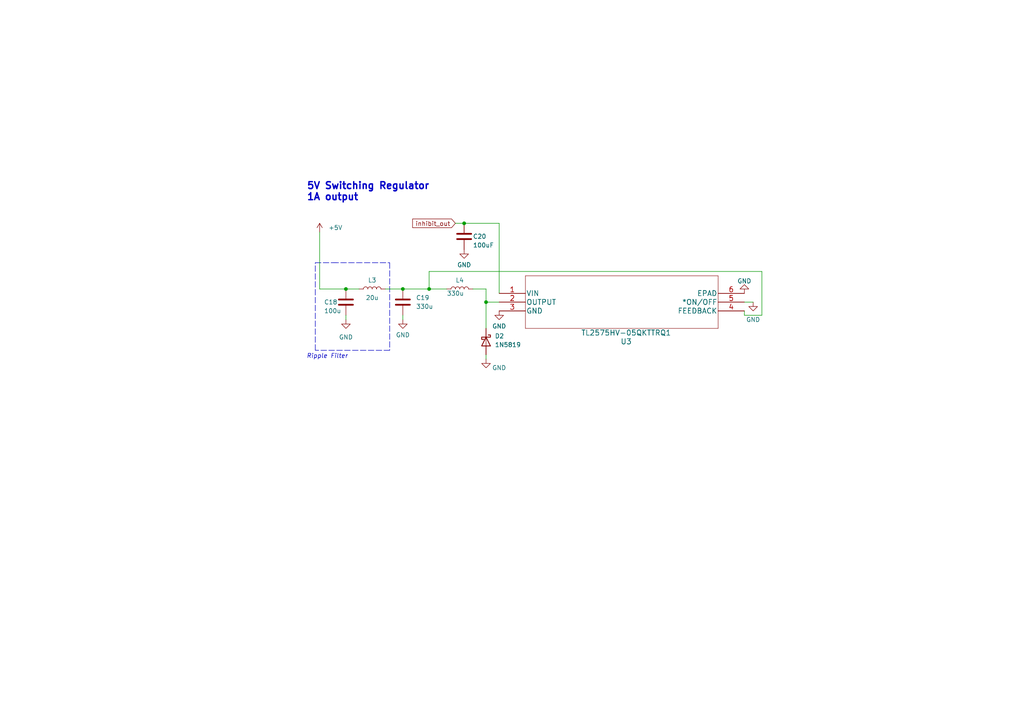
<source format=kicad_sch>
(kicad_sch (version 20211123) (generator eeschema)

  (uuid f4c6842d-c2f0-415a-a7bd-a53c62adc4c1)

  (paper "A4")

  (lib_symbols
    (symbol "Device:C" (pin_numbers hide) (pin_names (offset 0.254)) (in_bom yes) (on_board yes)
      (property "Reference" "C" (id 0) (at 0.635 2.54 0)
        (effects (font (size 1.27 1.27)) (justify left))
      )
      (property "Value" "C" (id 1) (at 0.635 -2.54 0)
        (effects (font (size 1.27 1.27)) (justify left))
      )
      (property "Footprint" "" (id 2) (at 0.9652 -3.81 0)
        (effects (font (size 1.27 1.27)) hide)
      )
      (property "Datasheet" "~" (id 3) (at 0 0 0)
        (effects (font (size 1.27 1.27)) hide)
      )
      (property "ki_keywords" "cap capacitor" (id 4) (at 0 0 0)
        (effects (font (size 1.27 1.27)) hide)
      )
      (property "ki_description" "Unpolarized capacitor" (id 5) (at 0 0 0)
        (effects (font (size 1.27 1.27)) hide)
      )
      (property "ki_fp_filters" "C_*" (id 6) (at 0 0 0)
        (effects (font (size 1.27 1.27)) hide)
      )
      (symbol "C_0_1"
        (polyline
          (pts
            (xy -2.032 -0.762)
            (xy 2.032 -0.762)
          )
          (stroke (width 0.508) (type default) (color 0 0 0 0))
          (fill (type none))
        )
        (polyline
          (pts
            (xy -2.032 0.762)
            (xy 2.032 0.762)
          )
          (stroke (width 0.508) (type default) (color 0 0 0 0))
          (fill (type none))
        )
      )
      (symbol "C_1_1"
        (pin passive line (at 0 3.81 270) (length 2.794)
          (name "~" (effects (font (size 1.27 1.27))))
          (number "1" (effects (font (size 1.27 1.27))))
        )
        (pin passive line (at 0 -3.81 90) (length 2.794)
          (name "~" (effects (font (size 1.27 1.27))))
          (number "2" (effects (font (size 1.27 1.27))))
        )
      )
    )
    (symbol "Device:L" (pin_numbers hide) (pin_names (offset 1.016) hide) (in_bom yes) (on_board yes)
      (property "Reference" "L" (id 0) (at -1.27 0 90)
        (effects (font (size 1.27 1.27)))
      )
      (property "Value" "L" (id 1) (at 1.905 0 90)
        (effects (font (size 1.27 1.27)))
      )
      (property "Footprint" "" (id 2) (at 0 0 0)
        (effects (font (size 1.27 1.27)) hide)
      )
      (property "Datasheet" "~" (id 3) (at 0 0 0)
        (effects (font (size 1.27 1.27)) hide)
      )
      (property "ki_keywords" "inductor choke coil reactor magnetic" (id 4) (at 0 0 0)
        (effects (font (size 1.27 1.27)) hide)
      )
      (property "ki_description" "Inductor" (id 5) (at 0 0 0)
        (effects (font (size 1.27 1.27)) hide)
      )
      (property "ki_fp_filters" "Choke_* *Coil* Inductor_* L_*" (id 6) (at 0 0 0)
        (effects (font (size 1.27 1.27)) hide)
      )
      (symbol "L_0_1"
        (arc (start 0 -2.54) (mid 0.635 -1.905) (end 0 -1.27)
          (stroke (width 0) (type default) (color 0 0 0 0))
          (fill (type none))
        )
        (arc (start 0 -1.27) (mid 0.635 -0.635) (end 0 0)
          (stroke (width 0) (type default) (color 0 0 0 0))
          (fill (type none))
        )
        (arc (start 0 0) (mid 0.635 0.635) (end 0 1.27)
          (stroke (width 0) (type default) (color 0 0 0 0))
          (fill (type none))
        )
        (arc (start 0 1.27) (mid 0.635 1.905) (end 0 2.54)
          (stroke (width 0) (type default) (color 0 0 0 0))
          (fill (type none))
        )
      )
      (symbol "L_1_1"
        (pin passive line (at 0 3.81 270) (length 1.27)
          (name "1" (effects (font (size 1.27 1.27))))
          (number "1" (effects (font (size 1.27 1.27))))
        )
        (pin passive line (at 0 -3.81 90) (length 1.27)
          (name "2" (effects (font (size 1.27 1.27))))
          (number "2" (effects (font (size 1.27 1.27))))
        )
      )
    )
    (symbol "Diode:1N5819" (pin_numbers hide) (pin_names (offset 1.016) hide) (in_bom yes) (on_board yes)
      (property "Reference" "D" (id 0) (at 0 2.54 0)
        (effects (font (size 1.27 1.27)))
      )
      (property "Value" "1N5819" (id 1) (at 0 -2.54 0)
        (effects (font (size 1.27 1.27)))
      )
      (property "Footprint" "Diode_THT:D_DO-41_SOD81_P10.16mm_Horizontal" (id 2) (at 0 -4.445 0)
        (effects (font (size 1.27 1.27)) hide)
      )
      (property "Datasheet" "http://www.vishay.com/docs/88525/1n5817.pdf" (id 3) (at 0 0 0)
        (effects (font (size 1.27 1.27)) hide)
      )
      (property "ki_keywords" "diode Schottky" (id 4) (at 0 0 0)
        (effects (font (size 1.27 1.27)) hide)
      )
      (property "ki_description" "40V 1A Schottky Barrier Rectifier Diode, DO-41" (id 5) (at 0 0 0)
        (effects (font (size 1.27 1.27)) hide)
      )
      (property "ki_fp_filters" "D*DO?41*" (id 6) (at 0 0 0)
        (effects (font (size 1.27 1.27)) hide)
      )
      (symbol "1N5819_0_1"
        (polyline
          (pts
            (xy 1.27 0)
            (xy -1.27 0)
          )
          (stroke (width 0) (type default) (color 0 0 0 0))
          (fill (type none))
        )
        (polyline
          (pts
            (xy 1.27 1.27)
            (xy 1.27 -1.27)
            (xy -1.27 0)
            (xy 1.27 1.27)
          )
          (stroke (width 0.254) (type default) (color 0 0 0 0))
          (fill (type none))
        )
        (polyline
          (pts
            (xy -1.905 0.635)
            (xy -1.905 1.27)
            (xy -1.27 1.27)
            (xy -1.27 -1.27)
            (xy -0.635 -1.27)
            (xy -0.635 -0.635)
          )
          (stroke (width 0.254) (type default) (color 0 0 0 0))
          (fill (type none))
        )
      )
      (symbol "1N5819_1_1"
        (pin passive line (at -3.81 0 0) (length 2.54)
          (name "K" (effects (font (size 1.27 1.27))))
          (number "1" (effects (font (size 1.27 1.27))))
        )
        (pin passive line (at 3.81 0 180) (length 2.54)
          (name "A" (effects (font (size 1.27 1.27))))
          (number "2" (effects (font (size 1.27 1.27))))
        )
      )
    )
    (symbol "Imported_Symbols:TL2575HV-05QKTTRQ1" (pin_names (offset 0.254)) (in_bom yes) (on_board yes)
      (property "Reference" "U" (id 0) (at 35.56 10.16 0)
        (effects (font (size 1.524 1.524)))
      )
      (property "Value" "TL2575HV-05QKTTRQ1" (id 1) (at 35.56 7.62 0)
        (effects (font (size 1.524 1.524)))
      )
      (property "Footprint" "KTT5" (id 2) (at 35.56 6.096 0)
        (effects (font (size 1.524 1.524)) hide)
      )
      (property "Datasheet" "" (id 3) (at 0 0 0)
        (effects (font (size 1.524 1.524)))
      )
      (property "ki_locked" "" (id 4) (at 0 0 0)
        (effects (font (size 1.27 1.27)))
      )
      (property "ki_fp_filters" "KTT5 KTT5-M KTT5-L" (id 5) (at 0 0 0)
        (effects (font (size 1.27 1.27)) hide)
      )
      (symbol "TL2575HV-05QKTTRQ1_1_1"
        (polyline
          (pts
            (xy 7.62 -10.16)
            (xy 63.5 -10.16)
          )
          (stroke (width 0.127) (type default) (color 0 0 0 0))
          (fill (type none))
        )
        (polyline
          (pts
            (xy 7.62 5.08)
            (xy 7.62 -10.16)
          )
          (stroke (width 0.127) (type default) (color 0 0 0 0))
          (fill (type none))
        )
        (polyline
          (pts
            (xy 63.5 -10.16)
            (xy 63.5 5.08)
          )
          (stroke (width 0.127) (type default) (color 0 0 0 0))
          (fill (type none))
        )
        (polyline
          (pts
            (xy 63.5 5.08)
            (xy 7.62 5.08)
          )
          (stroke (width 0.127) (type default) (color 0 0 0 0))
          (fill (type none))
        )
        (pin input line (at 0 0 0) (length 7.62)
          (name "VIN" (effects (font (size 1.4986 1.4986))))
          (number "1" (effects (font (size 1.4986 1.4986))))
        )
        (pin output line (at 0 -2.54 0) (length 7.62)
          (name "OUTPUT" (effects (font (size 1.4986 1.4986))))
          (number "2" (effects (font (size 1.4986 1.4986))))
        )
        (pin power_in line (at 0 -5.08 0) (length 7.62)
          (name "GND" (effects (font (size 1.4986 1.4986))))
          (number "3" (effects (font (size 1.4986 1.4986))))
        )
        (pin unspecified line (at 71.12 -5.08 180) (length 7.62)
          (name "FEEDBACK" (effects (font (size 1.4986 1.4986))))
          (number "4" (effects (font (size 1.4986 1.4986))))
        )
        (pin unspecified line (at 71.12 -2.54 180) (length 7.62)
          (name "*ON/OFF" (effects (font (size 1.4986 1.4986))))
          (number "5" (effects (font (size 1.4986 1.4986))))
        )
        (pin unspecified line (at 71.12 0 180) (length 7.62)
          (name "EPAD" (effects (font (size 1.4986 1.4986))))
          (number "6" (effects (font (size 1.4986 1.4986))))
        )
      )
    )
    (symbol "power:+5V" (power) (pin_names (offset 0)) (in_bom yes) (on_board yes)
      (property "Reference" "#PWR" (id 0) (at 0 -3.81 0)
        (effects (font (size 1.27 1.27)) hide)
      )
      (property "Value" "+5V" (id 1) (at 0 3.556 0)
        (effects (font (size 1.27 1.27)))
      )
      (property "Footprint" "" (id 2) (at 0 0 0)
        (effects (font (size 1.27 1.27)) hide)
      )
      (property "Datasheet" "" (id 3) (at 0 0 0)
        (effects (font (size 1.27 1.27)) hide)
      )
      (property "ki_keywords" "power-flag" (id 4) (at 0 0 0)
        (effects (font (size 1.27 1.27)) hide)
      )
      (property "ki_description" "Power symbol creates a global label with name \"+5V\"" (id 5) (at 0 0 0)
        (effects (font (size 1.27 1.27)) hide)
      )
      (symbol "+5V_0_1"
        (polyline
          (pts
            (xy -0.762 1.27)
            (xy 0 2.54)
          )
          (stroke (width 0) (type default) (color 0 0 0 0))
          (fill (type none))
        )
        (polyline
          (pts
            (xy 0 0)
            (xy 0 2.54)
          )
          (stroke (width 0) (type default) (color 0 0 0 0))
          (fill (type none))
        )
        (polyline
          (pts
            (xy 0 2.54)
            (xy 0.762 1.27)
          )
          (stroke (width 0) (type default) (color 0 0 0 0))
          (fill (type none))
        )
      )
      (symbol "+5V_1_1"
        (pin power_in line (at 0 0 90) (length 0) hide
          (name "+5V" (effects (font (size 1.27 1.27))))
          (number "1" (effects (font (size 1.27 1.27))))
        )
      )
    )
    (symbol "power:GND" (power) (pin_names (offset 0)) (in_bom yes) (on_board yes)
      (property "Reference" "#PWR" (id 0) (at 0 -6.35 0)
        (effects (font (size 1.27 1.27)) hide)
      )
      (property "Value" "GND" (id 1) (at 0 -3.81 0)
        (effects (font (size 1.27 1.27)))
      )
      (property "Footprint" "" (id 2) (at 0 0 0)
        (effects (font (size 1.27 1.27)) hide)
      )
      (property "Datasheet" "" (id 3) (at 0 0 0)
        (effects (font (size 1.27 1.27)) hide)
      )
      (property "ki_keywords" "power-flag" (id 4) (at 0 0 0)
        (effects (font (size 1.27 1.27)) hide)
      )
      (property "ki_description" "Power symbol creates a global label with name \"GND\" , ground" (id 5) (at 0 0 0)
        (effects (font (size 1.27 1.27)) hide)
      )
      (symbol "GND_0_1"
        (polyline
          (pts
            (xy 0 0)
            (xy 0 -1.27)
            (xy 1.27 -1.27)
            (xy 0 -2.54)
            (xy -1.27 -1.27)
            (xy 0 -1.27)
          )
          (stroke (width 0) (type default) (color 0 0 0 0))
          (fill (type none))
        )
      )
      (symbol "GND_1_1"
        (pin power_in line (at 0 0 270) (length 0) hide
          (name "GND" (effects (font (size 1.27 1.27))))
          (number "1" (effects (font (size 1.27 1.27))))
        )
      )
    )
  )

  (junction (at 116.84 83.82) (diameter 0) (color 0 0 0 0)
    (uuid 23485aa2-cb72-4e25-b59c-98dce5285d93)
  )
  (junction (at 124.46 83.82) (diameter 0) (color 0 0 0 0)
    (uuid 4a78c413-c829-4a12-b642-faa6cc0cbfd1)
  )
  (junction (at 134.62 64.77) (diameter 0) (color 0 0 0 0)
    (uuid b7bec0ba-44d1-4b59-ad3c-a1fc223e5326)
  )
  (junction (at 140.97 87.63) (diameter 0) (color 0 0 0 0)
    (uuid e30663e8-cfdb-4248-b830-497d9e8295d5)
  )
  (junction (at 100.33 83.82) (diameter 0) (color 0 0 0 0)
    (uuid efff9078-d2eb-4619-9e8d-99e0cd05ede6)
  )

  (wire (pts (xy 124.46 83.82) (xy 129.54 83.82))
    (stroke (width 0) (type default) (color 0 0 0 0))
    (uuid 0583b89a-dfe1-46a3-a21f-44082a4fab3f)
  )
  (polyline (pts (xy 96.52 76.2) (xy 113.03 76.2))
    (stroke (width 0) (type default) (color 0 0 0 0))
    (uuid 0d10c82d-36bb-4a97-a40c-d48757d41478)
  )

  (wire (pts (xy 215.9 91.44) (xy 220.98 91.44))
    (stroke (width 0) (type default) (color 0 0 0 0))
    (uuid 149a236b-28d5-40b0-a656-c48c8ce5aa65)
  )
  (wire (pts (xy 116.84 83.82) (xy 124.46 83.82))
    (stroke (width 0) (type default) (color 0 0 0 0))
    (uuid 16eb25bc-7129-49e6-94a6-6ba0f1482b06)
  )
  (wire (pts (xy 92.71 67.31) (xy 92.71 83.82))
    (stroke (width 0) (type default) (color 0 0 0 0))
    (uuid 237700f8-95ec-4aa7-9d0e-8577b4fffa50)
  )
  (wire (pts (xy 124.46 78.74) (xy 124.46 83.82))
    (stroke (width 0) (type default) (color 0 0 0 0))
    (uuid 343e9c8b-5239-4d16-a408-03b5c79170a6)
  )
  (wire (pts (xy 144.78 87.63) (xy 140.97 87.63))
    (stroke (width 0) (type default) (color 0 0 0 0))
    (uuid 375346cb-12fc-411a-b7a9-6e030a6868ca)
  )
  (wire (pts (xy 215.9 91.44) (xy 215.9 90.17))
    (stroke (width 0) (type default) (color 0 0 0 0))
    (uuid 3ac72bc5-1162-467e-a75a-fee9659f2ebf)
  )
  (polyline (pts (xy 113.03 101.6) (xy 91.44 101.6))
    (stroke (width 0) (type default) (color 0 0 0 0))
    (uuid 4b55ccfd-1f1a-4fb3-8bc4-5a33fc487c81)
  )
  (polyline (pts (xy 91.44 101.6) (xy 91.44 76.2))
    (stroke (width 0) (type default) (color 0 0 0 0))
    (uuid 596eb220-ea0b-476d-b55b-c28bdaba2e53)
  )

  (wire (pts (xy 140.97 104.14) (xy 140.97 102.87))
    (stroke (width 0) (type default) (color 0 0 0 0))
    (uuid 6624a72f-518e-434b-899d-83aebcca5520)
  )
  (wire (pts (xy 140.97 87.63) (xy 140.97 83.82))
    (stroke (width 0) (type default) (color 0 0 0 0))
    (uuid 6671c883-73a6-4e9d-940c-29bf9a705ad8)
  )
  (wire (pts (xy 144.78 64.77) (xy 144.78 85.09))
    (stroke (width 0) (type default) (color 0 0 0 0))
    (uuid 6b0a08ce-db2c-4688-ad74-4d5c725d5dfe)
  )
  (wire (pts (xy 116.84 92.71) (xy 116.84 91.44))
    (stroke (width 0) (type default) (color 0 0 0 0))
    (uuid 713fbd7d-7e48-490d-bac8-eb3151c67f52)
  )
  (wire (pts (xy 220.98 78.74) (xy 124.46 78.74))
    (stroke (width 0) (type default) (color 0 0 0 0))
    (uuid 8b655c24-489f-48c3-b177-78663fd1207c)
  )
  (wire (pts (xy 134.62 64.77) (xy 144.78 64.77))
    (stroke (width 0) (type default) (color 0 0 0 0))
    (uuid 8f254c21-d549-4710-89b3-fba8b8c464d2)
  )
  (wire (pts (xy 100.33 83.82) (xy 104.14 83.82))
    (stroke (width 0) (type default) (color 0 0 0 0))
    (uuid 92d38121-c8bc-497f-9e23-d6b7cf87c695)
  )
  (polyline (pts (xy 113.03 76.2) (xy 113.03 101.6))
    (stroke (width 0) (type default) (color 0 0 0 0))
    (uuid 9b019241-b856-4138-aeea-673bd9bb3e35)
  )
  (polyline (pts (xy 91.44 76.2) (xy 97.79 76.2))
    (stroke (width 0) (type default) (color 0 0 0 0))
    (uuid c8fc2ecc-7d1b-403b-bf3a-5545988723dd)
  )

  (wire (pts (xy 111.76 83.82) (xy 116.84 83.82))
    (stroke (width 0) (type default) (color 0 0 0 0))
    (uuid c911abcb-ccdf-4a34-947d-83f3f3037b87)
  )
  (wire (pts (xy 220.98 91.44) (xy 220.98 78.74))
    (stroke (width 0) (type default) (color 0 0 0 0))
    (uuid d9ba03ce-43f6-4bf5-b43e-a6a2fcb1820d)
  )
  (wire (pts (xy 92.71 83.82) (xy 100.33 83.82))
    (stroke (width 0) (type default) (color 0 0 0 0))
    (uuid e153b229-8010-4019-95c7-30d91d904582)
  )
  (wire (pts (xy 132.08 64.77) (xy 134.62 64.77))
    (stroke (width 0) (type default) (color 0 0 0 0))
    (uuid e1b02dd1-8a50-4c75-91df-32f79e76d029)
  )
  (wire (pts (xy 137.16 83.82) (xy 140.97 83.82))
    (stroke (width 0) (type default) (color 0 0 0 0))
    (uuid e5dfee94-3c1e-4a4f-89d5-3b4b27fde032)
  )
  (wire (pts (xy 215.9 87.63) (xy 218.44 87.63))
    (stroke (width 0) (type default) (color 0 0 0 0))
    (uuid e7aa40f2-f233-48e0-93cf-5d846d5b8851)
  )
  (wire (pts (xy 100.33 92.71) (xy 100.33 91.44))
    (stroke (width 0) (type default) (color 0 0 0 0))
    (uuid e7c00da9-1fab-49a9-a0ef-e747f94b741d)
  )
  (wire (pts (xy 140.97 95.25) (xy 140.97 87.63))
    (stroke (width 0) (type default) (color 0 0 0 0))
    (uuid ed29cdbd-348d-4636-98f2-b7ceac128871)
  )

  (text "5V Switching Regulator\n1A output\n" (at 88.9 58.42 0)
    (effects (font (size 2 2) (thickness 0.4) bold) (justify left bottom))
    (uuid 0a1feb37-d280-4214-97d8-d8046037c2f9)
  )
  (text "Ripple Filter" (at 88.9 104.14 0)
    (effects (font (size 1.27 1.27) italic) (justify left bottom))
    (uuid 706de33b-2032-4367-848f-3f8f0fe39181)
  )

  (global_label "inhibit_out" (shape input) (at 132.08 64.77 180) (fields_autoplaced)
    (effects (font (size 1.27 1.27)) (justify right))
    (uuid 0093cdd6-dc7a-4fd8-be70-9a7d1cbe386b)
    (property "Intersheet References" "${INTERSHEET_REFS}" (id 0) (at 119.6883 64.6906 0)
      (effects (font (size 1.27 1.27)) (justify right) hide)
    )
  )

  (symbol (lib_id "power:GND") (at 134.62 72.39 0) (unit 1)
    (in_bom yes) (on_board yes) (fields_autoplaced)
    (uuid 01619e8e-b034-44e0-a743-c7117d54b5de)
    (property "Reference" "#PWR0117" (id 0) (at 134.62 78.74 0)
      (effects (font (size 1.27 1.27)) hide)
    )
    (property "Value" "GND" (id 1) (at 134.62 76.8334 0))
    (property "Footprint" "" (id 2) (at 134.62 72.39 0)
      (effects (font (size 1.27 1.27)) hide)
    )
    (property "Datasheet" "" (id 3) (at 134.62 72.39 0)
      (effects (font (size 1.27 1.27)) hide)
    )
    (pin "1" (uuid 9306d88f-a771-46d4-83ca-b8115f1f86fd))
  )

  (symbol (lib_id "power:GND") (at 100.33 92.71 0) (unit 1)
    (in_bom yes) (on_board yes) (fields_autoplaced)
    (uuid 1bffc592-f9f9-4b67-a415-e4560e711a83)
    (property "Reference" "#PWR0112" (id 0) (at 100.33 99.06 0)
      (effects (font (size 1.27 1.27)) hide)
    )
    (property "Value" "GND" (id 1) (at 100.33 97.79 0))
    (property "Footprint" "" (id 2) (at 100.33 92.71 0)
      (effects (font (size 1.27 1.27)) hide)
    )
    (property "Datasheet" "" (id 3) (at 100.33 92.71 0)
      (effects (font (size 1.27 1.27)) hide)
    )
    (pin "1" (uuid ddea7eeb-dc8e-4858-b1ff-fb97b81932da))
  )

  (symbol (lib_id "Device:C") (at 100.33 87.63 0) (unit 1)
    (in_bom yes) (on_board yes)
    (uuid 22acb61c-3fbb-415c-9e45-ad3e16b47847)
    (property "Reference" "C18" (id 0) (at 93.98 87.63 0)
      (effects (font (size 1.27 1.27)) (justify left))
    )
    (property "Value" "100u" (id 1) (at 93.98 90.17 0)
      (effects (font (size 1.27 1.27)) (justify left))
    )
    (property "Footprint" "Capacitor_SMD:C_0603_1608Metric" (id 2) (at 101.2952 91.44 0)
      (effects (font (size 1.27 1.27)) hide)
    )
    (property "Datasheet" "~" (id 3) (at 100.33 87.63 0)
      (effects (font (size 1.27 1.27)) hide)
    )
    (pin "1" (uuid f0125e59-78c0-4a8c-8d95-a367b7d83700))
    (pin "2" (uuid 6fbf65c4-19bd-442c-9b77-98047715549e))
  )

  (symbol (lib_id "power:GND") (at 140.97 104.14 0) (unit 1)
    (in_bom yes) (on_board yes)
    (uuid 428e6d15-aa11-4924-853e-bccff14f96ae)
    (property "Reference" "#PWR0116" (id 0) (at 140.97 110.49 0)
      (effects (font (size 1.27 1.27)) hide)
    )
    (property "Value" "GND" (id 1) (at 144.78 106.68 0))
    (property "Footprint" "" (id 2) (at 140.97 104.14 0)
      (effects (font (size 1.27 1.27)) hide)
    )
    (property "Datasheet" "" (id 3) (at 140.97 104.14 0)
      (effects (font (size 1.27 1.27)) hide)
    )
    (pin "1" (uuid cec96d1f-4768-4cf8-bfcd-b603a7ff774c))
  )

  (symbol (lib_id "Device:L") (at 133.35 83.82 90) (unit 1)
    (in_bom yes) (on_board yes)
    (uuid 5d0e4be1-49e4-4940-afdd-a95569d1a4e6)
    (property "Reference" "L4" (id 0) (at 133.35 81.28 90))
    (property "Value" "330u" (id 1) (at 132.08 85.09 90))
    (property "Footprint" "Inductor_SMD:L_0402_1005Metric" (id 2) (at 133.35 83.82 0)
      (effects (font (size 1.27 1.27)) hide)
    )
    (property "Datasheet" "~" (id 3) (at 133.35 83.82 0)
      (effects (font (size 1.27 1.27)) hide)
    )
    (pin "1" (uuid a9b743de-7f7c-4d8c-8f47-024e35ea9fc0))
    (pin "2" (uuid 23e7d583-98ed-4803-a6c3-9c951613f501))
  )

  (symbol (lib_id "power:GND") (at 218.44 87.63 0) (unit 1)
    (in_bom yes) (on_board yes) (fields_autoplaced)
    (uuid 70c35efa-2a59-4cbb-9469-9174fb459e5e)
    (property "Reference" "#PWR0150" (id 0) (at 218.44 93.98 0)
      (effects (font (size 1.27 1.27)) hide)
    )
    (property "Value" "GND" (id 1) (at 218.44 92.71 0))
    (property "Footprint" "" (id 2) (at 218.44 87.63 0)
      (effects (font (size 1.27 1.27)) hide)
    )
    (property "Datasheet" "" (id 3) (at 218.44 87.63 0)
      (effects (font (size 1.27 1.27)) hide)
    )
    (pin "1" (uuid e2b3f591-cc1f-4591-815a-c3aa663797fe))
  )

  (symbol (lib_id "power:GND") (at 215.9 85.09 180) (unit 1)
    (in_bom yes) (on_board yes) (fields_autoplaced)
    (uuid 77a86595-2a87-44f2-8514-7e4bcd056258)
    (property "Reference" "#PWR0151" (id 0) (at 215.9 78.74 0)
      (effects (font (size 1.27 1.27)) hide)
    )
    (property "Value" "GND" (id 1) (at 215.9 81.5142 0))
    (property "Footprint" "" (id 2) (at 215.9 85.09 0)
      (effects (font (size 1.27 1.27)) hide)
    )
    (property "Datasheet" "" (id 3) (at 215.9 85.09 0)
      (effects (font (size 1.27 1.27)) hide)
    )
    (pin "1" (uuid c3e05da3-7a5e-4122-a65c-f0b73a238e38))
  )

  (symbol (lib_id "Imported_Symbols:TL2575HV-05QKTTRQ1") (at 144.78 85.09 0) (unit 1)
    (in_bom yes) (on_board yes)
    (uuid 7e0ea669-83e5-41db-bc5e-5d586f8a3cb1)
    (property "Reference" "U3" (id 0) (at 181.61 99.06 0)
      (effects (font (size 1.524 1.524)))
    )
    (property "Value" "TL2575HV-05QKTTRQ1" (id 1) (at 181.61 96.52 0)
      (effects (font (size 1.524 1.524)))
    )
    (property "Footprint" "Global Footprints:TL2575HV-05QKTTRQ1" (id 2) (at 180.34 78.994 0)
      (effects (font (size 1.524 1.524)) hide)
    )
    (property "Datasheet" "" (id 3) (at 144.78 85.09 0)
      (effects (font (size 1.524 1.524)))
    )
    (pin "1" (uuid 5375c921-3853-4567-b4fc-2814ea6ef6f9))
    (pin "2" (uuid 70e40b7a-fcdf-4c82-b427-7f93ed386d0e))
    (pin "3" (uuid 7546b922-5e49-4b1f-b972-964f092b1e96))
    (pin "4" (uuid 78f6c33a-c0f6-4e08-88e7-f97e46d88066))
    (pin "5" (uuid 86c78bab-3214-4f34-8dd6-db2432533ebd))
    (pin "6" (uuid 240bc42f-7177-4695-9449-e456bc5422ed))
  )

  (symbol (lib_id "power:GND") (at 116.84 92.71 0) (unit 1)
    (in_bom yes) (on_board yes) (fields_autoplaced)
    (uuid 802ac0eb-992c-4b08-a11c-bf6659aebe98)
    (property "Reference" "#PWR0111" (id 0) (at 116.84 99.06 0)
      (effects (font (size 1.27 1.27)) hide)
    )
    (property "Value" "GND" (id 1) (at 116.84 97.1534 0))
    (property "Footprint" "" (id 2) (at 116.84 92.71 0)
      (effects (font (size 1.27 1.27)) hide)
    )
    (property "Datasheet" "" (id 3) (at 116.84 92.71 0)
      (effects (font (size 1.27 1.27)) hide)
    )
    (pin "1" (uuid d3dddd3b-0f9a-4820-b130-07b91fcb86e1))
  )

  (symbol (lib_id "power:GND") (at 144.78 90.17 0) (unit 1)
    (in_bom yes) (on_board yes) (fields_autoplaced)
    (uuid b894a72b-fd6f-47e8-85dc-25d13709fd93)
    (property "Reference" "#PWR0118" (id 0) (at 144.78 96.52 0)
      (effects (font (size 1.27 1.27)) hide)
    )
    (property "Value" "GND" (id 1) (at 144.78 94.6134 0))
    (property "Footprint" "" (id 2) (at 144.78 90.17 0)
      (effects (font (size 1.27 1.27)) hide)
    )
    (property "Datasheet" "" (id 3) (at 144.78 90.17 0)
      (effects (font (size 1.27 1.27)) hide)
    )
    (pin "1" (uuid 1f105a48-af1b-4ffe-9bc2-6bb6fe6ff149))
  )

  (symbol (lib_id "Device:C") (at 134.62 68.58 0) (unit 1)
    (in_bom yes) (on_board yes)
    (uuid c05ec97a-0ebc-4e22-9927-fce571c6c9a9)
    (property "Reference" "C20" (id 0) (at 137.16 68.58 0)
      (effects (font (size 1.27 1.27)) (justify left))
    )
    (property "Value" "100uF" (id 1) (at 137.16 71.12 0)
      (effects (font (size 1.27 1.27)) (justify left))
    )
    (property "Footprint" "Capacitor_SMD:C_0603_1608Metric" (id 2) (at 135.5852 72.39 0)
      (effects (font (size 1.27 1.27)) hide)
    )
    (property "Datasheet" "~" (id 3) (at 134.62 68.58 0)
      (effects (font (size 1.27 1.27)) hide)
    )
    (pin "1" (uuid 772a84f9-784f-42f8-b664-6b311bdfc7cd))
    (pin "2" (uuid 468079f0-5d17-4bf0-a143-bda3bc4ec043))
  )

  (symbol (lib_id "power:+5V") (at 92.71 67.31 0) (unit 1)
    (in_bom yes) (on_board yes) (fields_autoplaced)
    (uuid cb6da6cd-f17a-432a-8323-b0e2c0e67f8a)
    (property "Reference" "#PWR0110" (id 0) (at 92.71 71.12 0)
      (effects (font (size 1.27 1.27)) hide)
    )
    (property "Value" "+5V" (id 1) (at 95.25 66.0399 0)
      (effects (font (size 1.27 1.27)) (justify left))
    )
    (property "Footprint" "" (id 2) (at 92.71 67.31 0)
      (effects (font (size 1.27 1.27)) hide)
    )
    (property "Datasheet" "" (id 3) (at 92.71 67.31 0)
      (effects (font (size 1.27 1.27)) hide)
    )
    (pin "1" (uuid 277d5b47-9446-4cb6-a99c-1750a63db050))
  )

  (symbol (lib_id "Device:C") (at 116.84 87.63 0) (unit 1)
    (in_bom yes) (on_board yes) (fields_autoplaced)
    (uuid cc6c7d76-20fa-4f44-8c75-ffc5688fa821)
    (property "Reference" "C19" (id 0) (at 120.65 86.3599 0)
      (effects (font (size 1.27 1.27)) (justify left))
    )
    (property "Value" "330u" (id 1) (at 120.65 88.8999 0)
      (effects (font (size 1.27 1.27)) (justify left))
    )
    (property "Footprint" "Capacitor_SMD:C_0603_1608Metric" (id 2) (at 117.8052 91.44 0)
      (effects (font (size 1.27 1.27)) hide)
    )
    (property "Datasheet" "~" (id 3) (at 116.84 87.63 0)
      (effects (font (size 1.27 1.27)) hide)
    )
    (pin "1" (uuid 2cd64659-e19a-4b4a-8d58-b0d1d7a8dbd2))
    (pin "2" (uuid b0db552f-fb6d-4987-a520-4a1a2294b93b))
  )

  (symbol (lib_id "Device:L") (at 107.95 83.82 90) (unit 1)
    (in_bom yes) (on_board yes)
    (uuid e33abba1-8f29-42e6-a37a-ab9ba392e7ca)
    (property "Reference" "L3" (id 0) (at 107.95 81.28 90))
    (property "Value" "20u" (id 1) (at 107.95 86.36 90))
    (property "Footprint" "Inductor_SMD:L_0402_1005Metric" (id 2) (at 107.95 83.82 0)
      (effects (font (size 1.27 1.27)) hide)
    )
    (property "Datasheet" "~" (id 3) (at 107.95 83.82 0)
      (effects (font (size 1.27 1.27)) hide)
    )
    (pin "1" (uuid 3e271b72-a6df-43a5-9937-a0f5bd4ca7a2))
    (pin "2" (uuid 32c90997-55f4-4e46-b629-9175868fa951))
  )

  (symbol (lib_id "Diode:1N5819") (at 140.97 99.06 270) (unit 1)
    (in_bom yes) (on_board yes) (fields_autoplaced)
    (uuid ece7415b-532f-43a1-bb33-193a8cb122c9)
    (property "Reference" "D2" (id 0) (at 143.51 97.4724 90)
      (effects (font (size 1.27 1.27)) (justify left))
    )
    (property "Value" "1N5819" (id 1) (at 143.51 100.0124 90)
      (effects (font (size 1.27 1.27)) (justify left))
    )
    (property "Footprint" "Diode_THT:D_DO-41_SOD81_P10.16mm_Horizontal" (id 2) (at 136.525 99.06 0)
      (effects (font (size 1.27 1.27)) hide)
    )
    (property "Datasheet" "http://www.vishay.com/docs/88525/1n5817.pdf" (id 3) (at 140.97 99.06 0)
      (effects (font (size 1.27 1.27)) hide)
    )
    (pin "1" (uuid 9ae50bd5-e022-4cf7-93a5-a92b8822fa5d))
    (pin "2" (uuid 356cf4d0-57cd-487b-b150-29cb97441c17))
  )
)

</source>
